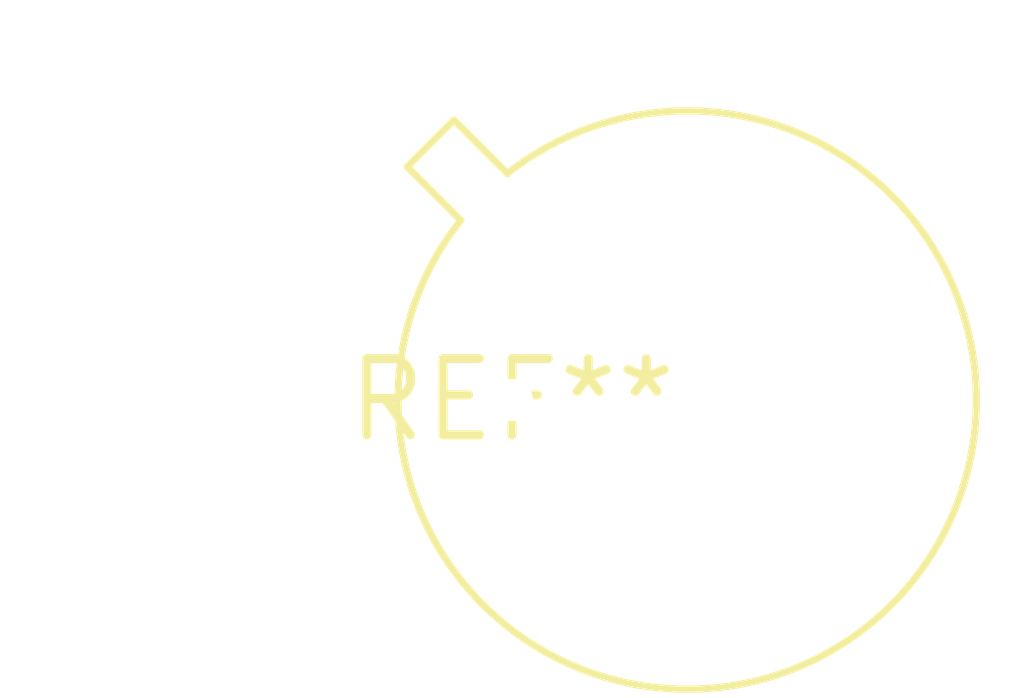
<source format=kicad_pcb>
(kicad_pcb (version 20240108) (generator pcbnew)
  (layers (0 "F.Cu" signal) (31 "B.Cu" signal) (34 "B.Paste" user) (35 "F.Paste" user) (36 "B.SilkS" user "B.Silkscreen") (37 "F.SilkS" user "F.Silkscreen") (38 "B.Mask" user) (39 "F.Mask" user) (44 "Edge.Cuts" user))
  (net 0 "")
  (footprint "TO-5-10_Window" (layer "F.Cu") (at 0 0)
    (property "Reference" "REF**")
    (property "Value" "TO-5-10_Window")
    (fp_line (start -1.745856 -3.888039) (end -0.854902 -2.997084) (layer "F.SilkS") (stroke (width 0.12)))
    (fp_line (start -0.968039 -4.665856) (end -1.745856 -3.888039) (layer "F.SilkS") (stroke (width 0.12)))
    (fp_line (start -0.077084 -3.774902) (end -0.968039 -4.665856) (layer "F.SilkS") (stroke (width 0.12)))
    (fp_arc (start -0.077084 -3.774902) (mid 6.328125 3.408384) (end -0.854674 -2.997371) (layer "F.SilkS") (stroke (width 0.12)))
    (pad "1" thru_hole oval (at 0 0) (size 1.6 1.2) (drill 0.7) (layers *.Cu *.Mask) (remove_unused_layers))
    (pad "2" thru_hole oval (at 0.55767 1.716333) (size 1.2 1.2) (drill 0.7) (layers *.Cu *.Mask) (remove_unused_layers))
    (pad "3" thru_hole oval (at 2.01767 2.777085) (size 1.2 1.2) (drill 0.7) (layers *.Cu *.Mask) (remove_unused_layers))
    (pad "4" thru_hole oval (at 3.82233 2.777085) (size 1.2 1.2) (drill 0.7) (layers *.Cu *.Mask) (remove_unused_layers))
    (pad "5" thru_hole oval (at 5.28233 1.716333) (size 1.2 1.2) (drill 0.7) (layers *.Cu *.Mask) (remove_unused_layers))
    (pad "6" thru_hole oval (at 5.84 0) (size 1.2 1.2) (drill 0.7) (layers *.Cu *.Mask) (remove_unused_layers))
    (pad "7" thru_hole oval (at 5.28233 -1.716333) (size 1.2 1.2) (drill 0.7) (layers *.Cu *.Mask) (remove_unused_layers))
    (pad "8" thru_hole oval (at 3.82233 -2.777085) (size 1.2 1.2) (drill 0.7) (layers *.Cu *.Mask) (remove_unused_layers))
    (pad "9" thru_hole oval (at 2.01767 -2.777085) (size 1.2 1.2) (drill 0.7) (layers *.Cu *.Mask) (remove_unused_layers))
    (pad "10" thru_hole oval (at 0.55767 -1.716333) (size 1.2 1.2) (drill 0.7) (layers *.Cu *.Mask) (remove_unused_layers))
  )
)
</source>
